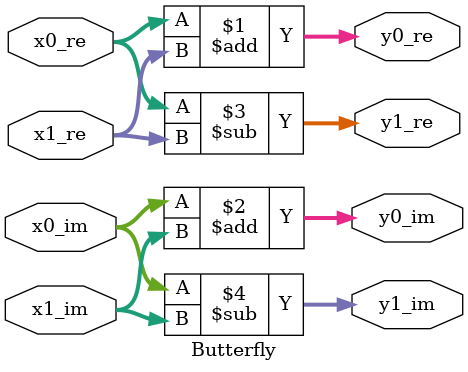
<source format=v>
module Butterfly #(
    parameter   WIDTH = 16,
    parameter   RH = 0  //  Round Half Up
)(
    input   signed  [WIDTH-1:0] x0_re,  //  Input Data #0 (Real)
    input   signed  [WIDTH-1:0] x0_im,  //  Input Data #0 (Imag)
    input   signed  [WIDTH-1:0] x1_re,  //  Input Data #1 (Real)
    input   signed  [WIDTH-1:0] x1_im,  //  Input Data #1 (Imag)
    output  signed  [WIDTH-1:0] y0_re,  //  Output Data #0 (Real)
    output  signed  [WIDTH-1:0] y0_im,  //  Output Data #0 (Imag)
    output  signed  [WIDTH-1:0] y1_re,  //  Output Data #1 (Real)
    output  signed  [WIDTH-1:0] y1_im   //  Output Data #1 (Imag)
);

//  Add/Sub
assign  y0_re = x0_re + x1_re;
assign  y0_im = x0_im + x1_im;
assign  y1_re = x0_re - x1_re;
assign  y1_im = x0_im - x1_im;



endmodule

</source>
